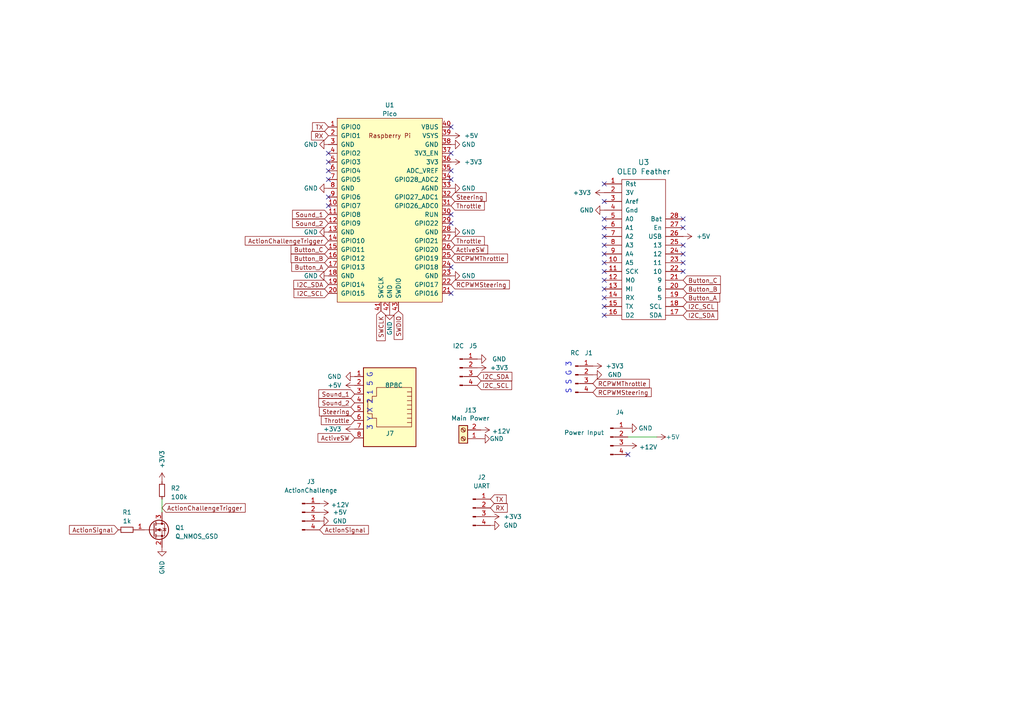
<source format=kicad_sch>
(kicad_sch (version 20230121) (generator eeschema)
  (paper "A4")
  (lib_symbols
    (symbol "Connector:8P8C" (pin_names (offset 1.016))
      (property "Reference" "J" (at -5.08 13.97 0))
      (property "Value" "8P8C" (at 2.54 13.97 0))
      (symbol "8P8C_0_1"
        (polyline (pts (xy -5.08 4.445) (xy -6.35 4.445)))
        (polyline (pts (xy -5.08 5.715) (xy -6.35 5.715)))
        (polyline (pts (xy -6.35 -3.175) (xy -5.08 -3.175) (xy -5.08 -3.175)))
        (polyline (pts (xy -6.35 -1.905) (xy -5.08 -1.905) (xy -5.08 -1.905)))
        (polyline (pts (xy -6.35 -0.635) (xy -5.08 -0.635) (xy -5.08 -0.635)))
        (polyline (pts (xy -6.35 0.635) (xy -5.08 0.635) (xy -5.08 0.635)))
        (polyline (pts (xy -6.35 1.905) (xy -5.08 1.905) (xy -5.08 1.905)))
        (polyline (pts (xy -5.08 3.175) (xy -6.35 3.175) (xy -6.35 3.175)))
        (polyline (pts (xy -6.35 -4.445) (xy -6.35 6.985) (xy 3.81 6.985) (xy 3.81 4.445) (xy 5.08 4.445) (xy 5.08 3.175) (xy 6.35 3.175) (xy 6.35 -0.635) (xy 5.08 -0.635) (xy 5.08 -1.905) (xy 3.81 -1.905) (xy 3.81 -4.445) (xy -6.35 -4.445) (xy -6.35 -4.445)))
        (rectangle (start 7.62 12.7) (end -7.62 -10.16) (stroke (width 0.254)) (fill (type background)))
      )
      (symbol "8P8C_1_1"
        (pin passive line (at 10.16 -7.62 180) (length 2.54) (name "~") (number "1"))
        (pin passive line (at 10.16 -5.08 180) (length 2.54) (name "~") (number "2"))
        (pin passive line (at 10.16 -2.54 180) (length 2.54) (name "~") (number "3"))
        (pin passive line (at 10.16 0 180) (length 2.54) (name "~") (number "4"))
        (pin passive line (at 10.16 2.54 180) (length 2.54) (name "~") (number "5"))
        (pin passive line (at 10.16 5.08 180) (length 2.54) (name "~") (number "6"))
        (pin passive line (at 10.16 7.62 180) (length 2.54) (name "~") (number "7"))
        (pin passive line (at 10.16 10.16 180) (length 2.54) (name "~") (number "8"))
      )
    )
    (symbol "Connector:Conn_01x04_Pin" (pin_names (offset 1.016) hide)
      (property "Reference" "J" (at 0 5.08 0))
      (property "Value" "Conn_01x04_Pin" (at 0 -7.62 0))
      (symbol "Conn_01x04_Pin_1_1"
        (polyline (pts (xy 1.27 -5.08) (xy 0.8636 -5.08)) (stroke (width 0.1524)))
        (polyline (pts (xy 1.27 -2.54) (xy 0.8636 -2.54)) (stroke (width 0.1524)))
        (polyline (pts (xy 1.27 0) (xy 0.8636 0)) (stroke (width 0.1524)))
        (polyline (pts (xy 1.27 2.54) (xy 0.8636 2.54)) (stroke (width 0.1524)))
        (rectangle (start 0.8636 -4.953) (end 0 -5.207) (stroke (width 0.1524)) (fill (type outline)))
        (rectangle (start 0.8636 -2.413) (end 0 -2.667) (stroke (width 0.1524)) (fill (type outline)))
        (rectangle (start 0.8636 0.127) (end 0 -0.127) (stroke (width 0.1524)) (fill (type outline)))
        (rectangle (start 0.8636 2.667) (end 0 2.413) (stroke (width 0.1524)) (fill (type outline)))
        (pin passive line (at 5.08 2.54 180) (length 3.81) (name "Pin_1") (number "1"))
        (pin passive line (at 5.08 0 180) (length 3.81) (name "Pin_2") (number "2"))
        (pin passive line (at 5.08 -2.54 180) (length 3.81) (name "Pin_3") (number "3"))
        (pin passive line (at 5.08 -5.08 180) (length 3.81) (name "Pin_4") (number "4"))
      )
    )
    (symbol "Connector:Screw_Terminal_01x02" (pin_names (offset 1.016) hide)
      (property "Reference" "J" (at 0 2.54 0))
      (property "Value" "Screw_Terminal_01x02" (at 0 -5.08 0))
      (symbol "Screw_Terminal_01x02_1_1"
        (rectangle (start -1.27 1.27) (end 1.27 -3.81) (stroke (width 0.254)) (fill (type background)))
        (circle (center 0 -2.54) (radius 0.635) (stroke (width 0.1524)))
        (polyline (pts (xy -0.5334 -2.2098) (xy 0.3302 -3.048)) (stroke (width 0.1524)))
        (polyline (pts (xy -0.5334 0.3302) (xy 0.3302 -0.508)) (stroke (width 0.1524)))
        (polyline (pts (xy -0.3556 -2.032) (xy 0.508 -2.8702)) (stroke (width 0.1524)))
        (polyline (pts (xy -0.3556 0.508) (xy 0.508 -0.3302)) (stroke (width 0.1524)))
        (circle (center 0 0) (radius 0.635) (stroke (width 0.1524)))
        (pin passive line (at -5.08 0 0) (length 3.81) (name "Pin_1") (number "1"))
        (pin passive line (at -5.08 -2.54 0) (length 3.81) (name "Pin_2") (number "2"))
      )
    )
    (symbol "ControlInputTestRP2040Pico-rescue:+3.3V-power" (power) (pin_names (offset 0))
      (property "Value" "+3.3V-power" (at 0 3.556 0))
      (symbol "+3.3V-power_0_1"
        (polyline (pts (xy -0.762 1.27) (xy 0 2.54)))
        (polyline (pts (xy 0 0) (xy 0 2.54)))
        (polyline (pts (xy 0 2.54) (xy 0.762 1.27)))
      )
      (symbol "+3.3V-power_1_1"
        (pin power_in line (at 0 0 90) (length 0) hide (name "+3V3") (number "1"))
      )
    )
    (symbol "ControlInputTestRP2040Pico-rescue:Conn_01x04_Male-Connector" (pin_names (offset 1.016) hide)
      (property "Reference" "J" (at 0 5.08 0))
      (property "Value" "Connector_Conn_01x04_Male" (at 0 -7.62 0))
      (symbol "Conn_01x04_Male-Connector_1_1"
        (polyline (pts (xy 1.27 -5.08) (xy 0.8636 -5.08)) (stroke (width 0.1524)))
        (polyline (pts (xy 1.27 -2.54) (xy 0.8636 -2.54)) (stroke (width 0.1524)))
        (polyline (pts (xy 1.27 0) (xy 0.8636 0)) (stroke (width 0.1524)))
        (polyline (pts (xy 1.27 2.54) (xy 0.8636 2.54)) (stroke (width 0.1524)))
        (rectangle (start 0.8636 -4.953) (end 0 -5.207) (stroke (width 0.1524)) (fill (type outline)))
        (rectangle (start 0.8636 -2.413) (end 0 -2.667) (stroke (width 0.1524)) (fill (type outline)))
        (rectangle (start 0.8636 0.127) (end 0 -0.127) (stroke (width 0.1524)) (fill (type outline)))
        (rectangle (start 0.8636 2.667) (end 0 2.413) (stroke (width 0.1524)) (fill (type outline)))
        (pin passive line (at 5.08 2.54 180) (length 3.81) (name "Pin_1") (number "1"))
        (pin passive line (at 5.08 0 180) (length 3.81) (name "Pin_2") (number "2"))
        (pin passive line (at 5.08 -2.54 180) (length 3.81) (name "Pin_3") (number "3"))
        (pin passive line (at 5.08 -5.08 180) (length 3.81) (name "Pin_4") (number "4"))
      )
    )
    (symbol "Device:Q_NMOS_GSD" (pin_names (offset 0) hide)
      (property "Reference" "Q" (at 5.08 1.27 0))
      (property "Value" "Q_NMOS_GSD" (at 5.08 -1.27 0))
      (symbol "Q_NMOS_GSD_0_1"
        (polyline (pts (xy 0.254 0) (xy -2.54 0)))
        (polyline (pts (xy 0.254 1.905) (xy 0.254 -1.905)) (stroke (width 0.254)))
        (polyline (pts (xy 0.762 -1.27) (xy 0.762 -2.286)) (stroke (width 0.254)))
        (polyline (pts (xy 0.762 0.508) (xy 0.762 -0.508)) (stroke (width 0.254)))
        (polyline (pts (xy 0.762 2.286) (xy 0.762 1.27)) (stroke (width 0.254)))
        (polyline (pts (xy 2.54 2.54) (xy 2.54 1.778)))
        (polyline (pts (xy 2.54 -2.54) (xy 2.54 0) (xy 0.762 0)))
        (polyline (pts (xy 0.762 -1.778) (xy 3.302 -1.778) (xy 3.302 1.778) (xy 0.762 1.778)))
        (polyline (pts (xy 1.016 0) (xy 2.032 0.381) (xy 2.032 -0.381) (xy 1.016 0)) (fill (type outline)))
        (polyline (pts (xy 2.794 0.508) (xy 2.921 0.381) (xy 3.683 0.381) (xy 3.81 0.254)))
        (polyline (pts (xy 3.302 0.381) (xy 2.921 -0.254) (xy 3.683 -0.254) (xy 3.302 0.381)))
        (circle (center 1.651 0) (radius 2.794) (stroke (width 0.254)))
        (circle (center 2.54 -1.778) (radius 0.254) (fill (type outline)))
        (circle (center 2.54 1.778) (radius 0.254) (fill (type outline)))
      )
      (symbol "Q_NMOS_GSD_1_1"
        (pin input line (at -5.08 0 0) (length 2.54) (name "G") (number "1"))
        (pin passive line (at 2.54 -5.08 90) (length 2.54) (name "S") (number "2"))
        (pin passive line (at 2.54 5.08 270) (length 2.54) (name "D") (number "3"))
      )
    )
    (symbol "Device:R_Small" (pin_numbers hide) (pin_names (offset 0.254) hide)
      (property "Reference" "R" (at 0.762 0.508 0))
      (property "Value" "R_Small" (at 0.762 -1.016 0))
      (symbol "R_Small_0_1"
        (rectangle (start -0.762 1.778) (end 0.762 -1.778) (stroke (width 0.2032)))
      )
      (symbol "R_Small_1_1"
        (pin passive line (at 0 2.54 270) (length 0.762) (name "~") (number "1"))
        (pin passive line (at 0 -2.54 90) (length 0.762) (name "~") (number "2"))
      )
    )
    (symbol "RP2040:Pico" (pin_names (offset 1.016))
      (property "Reference" "U" (at -13.97 27.94 0))
      (property "Value" "Pico" (at 0 19.05 0))
      (symbol "Pico_0_0"
        (text "Raspberry Pi" (at 0 21.59 0) (effects (font (size 1.27 1.27))))
      )
      (symbol "Pico_0_1"
        (rectangle (start -15.24 26.67) (end 15.24 -26.67) (fill (type background)))
      )
      (symbol "Pico_1_1"
        (pin bidirectional line (at -17.78 24.13 0) (length 2.54) (name "GPIO0") (number "1"))
        (pin bidirectional line (at -17.78 1.27 0) (length 2.54) (name "GPIO7") (number "10"))
        (pin bidirectional line (at -17.78 -1.27 0) (length 2.54) (name "GPIO8") (number "11"))
        (pin bidirectional line (at -17.78 -3.81 0) (length 2.54) (name "GPIO9") (number "12"))
        (pin power_in line (at -17.78 -6.35 0) (length 2.54) (name "GND") (number "13"))
        (pin bidirectional line (at -17.78 -8.89 0) (length 2.54) (name "GPIO10") (number "14"))
        (pin bidirectional line (at -17.78 -11.43 0) (length 2.54) (name "GPIO11") (number "15"))
        (pin bidirectional line (at -17.78 -13.97 0) (length 2.54) (name "GPIO12") (number "16"))
        (pin bidirectional line (at -17.78 -16.51 0) (length 2.54) (name "GPIO13") (number "17"))
        (pin power_in line (at -17.78 -19.05 0) (length 2.54) (name "GND") (number "18"))
        (pin bidirectional line (at -17.78 -21.59 0) (length 2.54) (name "GPIO14") (number "19"))
        (pin bidirectional line (at -17.78 21.59 0) (length 2.54) (name "GPIO1") (number "2"))
        (pin bidirectional line (at -17.78 -24.13 0) (length 2.54) (name "GPIO15") (number "20"))
        (pin bidirectional line (at 17.78 -24.13 180) (length 2.54) (name "GPIO16") (number "21"))
        (pin bidirectional line (at 17.78 -21.59 180) (length 2.54) (name "GPIO17") (number "22"))
        (pin power_in line (at 17.78 -19.05 180) (length 2.54) (name "GND") (number "23"))
        (pin bidirectional line (at 17.78 -16.51 180) (length 2.54) (name "GPIO18") (number "24"))
        (pin bidirectional line (at 17.78 -13.97 180) (length 2.54) (name "GPIO19") (number "25"))
        (pin bidirectional line (at 17.78 -11.43 180) (length 2.54) (name "GPIO20") (number "26"))
        (pin bidirectional line (at 17.78 -8.89 180) (length 2.54) (name "GPIO21") (number "27"))
        (pin power_in line (at 17.78 -6.35 180) (length 2.54) (name "GND") (number "28"))
        (pin bidirectional line (at 17.78 -3.81 180) (length 2.54) (name "GPIO22") (number "29"))
        (pin power_in line (at -17.78 19.05 0) (length 2.54) (name "GND") (number "3"))
        (pin input line (at 17.78 -1.27 180) (length 2.54) (name "RUN") (number "30"))
        (pin bidirectional line (at 17.78 1.27 180) (length 2.54) (name "GPIO26_ADC0") (number "31"))
        (pin bidirectional line (at 17.78 3.81 180) (length 2.54) (name "GPIO27_ADC1") (number "32"))
        (pin power_in line (at 17.78 6.35 180) (length 2.54) (name "AGND") (number "33"))
        (pin bidirectional line (at 17.78 8.89 180) (length 2.54) (name "GPIO28_ADC2") (number "34"))
        (pin unspecified line (at 17.78 11.43 180) (length 2.54) (name "ADC_VREF") (number "35"))
        (pin unspecified line (at 17.78 13.97 180) (length 2.54) (name "3V3") (number "36"))
        (pin input line (at 17.78 16.51 180) (length 2.54) (name "3V3_EN") (number "37"))
        (pin bidirectional line (at 17.78 19.05 180) (length 2.54) (name "GND") (number "38"))
        (pin unspecified line (at 17.78 21.59 180) (length 2.54) (name "VSYS") (number "39"))
        (pin bidirectional line (at -17.78 16.51 0) (length 2.54) (name "GPIO2") (number "4"))
        (pin unspecified line (at 17.78 24.13 180) (length 2.54) (name "VBUS") (number "40"))
        (pin input line (at -2.54 -29.21 90) (length 2.54) (name "SWCLK") (number "41"))
        (pin power_in line (at 0 -29.21 90) (length 2.54) (name "GND") (number "42"))
        (pin bidirectional line (at 2.54 -29.21 90) (length 2.54) (name "SWDIO") (number "43"))
        (pin bidirectional line (at -17.78 13.97 0) (length 2.54) (name "GPIO3") (number "5"))
        (pin bidirectional line (at -17.78 11.43 0) (length 2.54) (name "GPIO4") (number "6"))
        (pin bidirectional line (at -17.78 8.89 0) (length 2.54) (name "GPIO5") (number "7"))
        (pin power_in line (at -17.78 6.35 0) (length 2.54) (name "GND") (number "8"))
        (pin bidirectional line (at -17.78 3.81 0) (length 2.54) (name "GPIO6") (number "9"))
      )
    )
    (symbol "UsefulModifications:Feather_nRF52840" (pin_names (offset 1.016))
      (property "Reference" "U" (at -1.27 20.32 0))
      (property "Value" "Feather_nRF52840" (at 1.27 -26.67 0))
      (symbol "Feather_nRF52840_0_1"
        (rectangle (start -6.35 17.78) (end 6.35 -22.86))
      )
      (symbol "Feather_nRF52840_1_1"
        (pin bidirectional line (at -11.43 16.51 0) (length 5.08) (name "Rst") (number "1"))
        (pin bidirectional line (at -11.43 -6.35 0) (length 5.08) (name "A5") (number "10"))
        (pin bidirectional line (at -11.43 -8.89 0) (length 5.08) (name "SCK") (number "11"))
        (pin bidirectional line (at -11.43 -11.43 0) (length 5.08) (name "M0") (number "12"))
        (pin bidirectional line (at -11.43 -13.97 0) (length 5.08) (name "MI") (number "13"))
        (pin bidirectional line (at -11.43 -16.51 0) (length 5.08) (name "RX") (number "14"))
        (pin bidirectional line (at -11.43 -19.05 0) (length 5.08) (name "TX") (number "15"))
        (pin bidirectional line (at -11.43 -21.59 0) (length 5.08) (name "D2") (number "16"))
        (pin bidirectional line (at 11.43 -21.59 180) (length 5.08) (name "SDA") (number "17"))
        (pin bidirectional line (at 11.43 -19.05 180) (length 5.08) (name "SCL") (number "18"))
        (pin bidirectional line (at 11.43 -16.51 180) (length 5.08) (name "5") (number "19"))
        (pin power_out line (at -11.43 13.97 0) (length 5.08) (name "3V") (number "2"))
        (pin bidirectional line (at 11.43 -13.97 180) (length 5.08) (name "6") (number "20"))
        (pin bidirectional line (at 11.43 -11.43 180) (length 5.08) (name "9") (number "21"))
        (pin bidirectional line (at 11.43 -8.89 180) (length 5.08) (name "10") (number "22"))
        (pin bidirectional line (at 11.43 -6.35 180) (length 5.08) (name "11") (number "23"))
        (pin bidirectional line (at 11.43 -3.81 180) (length 5.08) (name "12") (number "24"))
        (pin bidirectional line (at 11.43 -1.27 180) (length 5.08) (name "13") (number "25"))
        (pin bidirectional line (at 11.43 1.27 180) (length 5.08) (name "USB") (number "26"))
        (pin passive line (at 11.43 3.81 180) (length 5.08) (name "En") (number "27"))
        (pin power_in line (at 11.43 6.35 180) (length 5.08) (name "Bat") (number "28"))
        (pin bidirectional line (at -11.43 11.43 0) (length 5.08) (name "Aref") (number "3"))
        (pin passive line (at -11.43 8.89 0) (length 5.08) (name "Gnd") (number "4"))
        (pin bidirectional line (at -11.43 6.35 0) (length 5.08) (name "A0") (number "5"))
        (pin bidirectional line (at -11.43 3.81 0) (length 5.08) (name "A1") (number "6"))
        (pin bidirectional line (at -11.43 1.27 0) (length 5.08) (name "A2") (number "7"))
        (pin bidirectional line (at -11.43 -1.27 0) (length 5.08) (name "A3") (number "8"))
        (pin bidirectional line (at -11.43 -3.81 0) (length 5.08) (name "A4") (number "9"))
      )
    )
    (symbol "power:+12V" (power) (pin_names (offset 0))
      (property "Value" "+12V" (at 0 3.556 0))
      (symbol "+12V_0_1"
        (polyline (pts (xy -0.762 1.27) (xy 0 2.54)))
        (polyline (pts (xy 0 0) (xy 0 2.54)))
        (polyline (pts (xy 0 2.54) (xy 0.762 1.27)))
      )
      (symbol "+12V_1_1"
        (pin power_in line (at 0 0 90) (length 0) hide (name "+12V") (number "1"))
      )
    )
    (symbol "power:+5V" (power) (pin_names (offset 0))
      (property "Value" "+5V" (at 0 3.556 0))
      (symbol "+5V_0_1"
        (polyline (pts (xy -0.762 1.27) (xy 0 2.54)))
        (polyline (pts (xy 0 0) (xy 0 2.54)))
        (polyline (pts (xy 0 2.54) (xy 0.762 1.27)))
      )
      (symbol "+5V_1_1"
        (pin power_in line (at 0 0 90) (length 0) hide (name "+5V") (number "1"))
      )
    )
    (symbol "power:GND" (power) (pin_names (offset 0))
      (property "Value" "GND" (at 0 -3.81 0))
      (symbol "GND_0_1"
        (polyline (pts (xy 0 0) (xy 0 -1.27) (xy 1.27 -1.27) (xy 0 -2.54) (xy -1.27 -1.27) (xy 0 -1.27)))
      )
      (symbol "GND_1_1"
        (pin power_in line (at 0 0 270) (length 0) hide (name "GND") (number "1"))
      )
    )
  )
  (no_connect (at 95.25 46.99))
  (no_connect (at 95.25 59.69))
  (no_connect (at 198.12 63.5))
  (no_connect (at 175.26 58.42))
  (no_connect (at 130.81 52.07))
  (no_connect (at 175.26 73.66))
  (no_connect (at 175.26 86.36))
  (no_connect (at 95.25 52.07))
  (no_connect (at 130.81 44.45))
  (no_connect (at 198.12 73.66))
  (no_connect (at 95.25 44.45))
  (no_connect (at 175.26 68.58))
  (no_connect (at 198.12 78.74))
  (no_connect (at 130.81 64.77))
  (no_connect (at 95.25 49.53))
  (no_connect (at 175.26 81.28))
  (no_connect (at 175.26 63.5))
  (no_connect (at 175.26 66.04))
  (no_connect (at 175.26 91.44))
  (no_connect (at 175.26 76.2))
  (no_connect (at 130.81 49.53))
  (no_connect (at 175.26 71.12))
  (no_connect (at 130.81 62.23))
  (no_connect (at 95.25 57.15))
  (no_connect (at 175.26 53.34))
  (no_connect (at 130.81 77.47))
  (no_connect (at 175.26 78.74))
  (no_connect (at 130.81 85.09))
  (no_connect (at 198.12 76.2))
  (no_connect (at 175.26 88.9))
  (no_connect (at 198.12 66.04))
  (no_connect (at 130.81 36.83))
  (no_connect (at 175.26 83.82))
  (no_connect (at 182.118 131.826))
  (no_connect (at 198.12 71.12))
  (wire (pts (xy 46.99 144.78) (xy 46.99 148.59)))
  (wire (pts (xy 182.118 126.746) (xy 190.5 126.746)))
  (text "S S G 3\n" (at 165.8366 104.902 90) (effects (font (size 1.4986 1.4986)) (justify right bottom)))
  (text "3 Y X 2 1 5 G" (at 108.1786 107.95 90) (effects (font (size 1.4986 1.4986)) (justify right bottom)))
  (global_label "SWCLK" (shape input) (at 110.49 90.17 270) (property "Intersheetrefs" "${INTERSHEET_REFS}" (effects hide)))
  (global_label "Button_A" (shape input) (at 198.12 86.36 0) (property "Intersheetrefs" "${INTERSHEET_REFS}" (effects hide)))
  (global_label "TX" (shape input) (at 142.24 144.78 0) (property "Intersheetrefs" "${INTERSHEET_REFS}" (effects hide)))
  (global_label "I2C_SDA" (shape input) (at 198.12 91.44 0) (property "Intersheetrefs" "${INTERSHEET_REFS}" (effects hide)))
  (global_label "Button_C" (shape input) (at 198.12 81.28 0) (property "Intersheetrefs" "${INTERSHEET_REFS}" (effects hide)))
  (global_label "Button_B" (shape input) (at 198.12 83.82 0) (property "Intersheetrefs" "${INTERSHEET_REFS}" (effects hide)))
  (global_label "ActionSignal" (shape input) (at 92.71 153.67 0) (property "Intersheetrefs" "${INTERSHEET_REFS}" (effects hide)))
  (global_label "I2C_SDA" (shape input) (at 138.43 109.22 0) (property "Intersheetrefs" "${INTERSHEET_REFS}" (effects hide)))
  (global_label "RCPWMSteering" (shape input) (at 171.958 113.792 0) (property "Intersheetrefs" "${INTERSHEET_REFS}" (effects hide)))
  (global_label "I2C_SDA" (shape input) (at 95.25 82.55 180) (property "Intersheetrefs" "${INTERSHEET_REFS}" (effects hide)))
  (global_label "Steering" (shape input) (at 102.87 119.38 180) (property "Intersheetrefs" "${INTERSHEET_REFS}" (effects hide)))
  (global_label "Sound_2" (shape input) (at 95.25 64.77 180) (property "Intersheetrefs" "${INTERSHEET_REFS}" (effects hide)))
  (global_label "ActionSignal" (shape input) (at 34.29 153.67 180) (property "Intersheetrefs" "${INTERSHEET_REFS}" (effects hide)))
  (global_label "I2C_SCL" (shape input) (at 198.12 88.9 0) (property "Intersheetrefs" "${INTERSHEET_REFS}" (effects hide)))
  (global_label "ActiveSW" (shape input) (at 130.81 72.39 0) (property "Intersheetrefs" "${INTERSHEET_REFS}" (effects hide)))
  (global_label "Throttle" (shape input) (at 130.81 59.69 0) (property "Intersheetrefs" "${INTERSHEET_REFS}" (effects hide)))
  (global_label "Throttle" (shape input) (at 130.81 69.85 0) (property "Intersheetrefs" "${INTERSHEET_REFS}" (effects hide)))
  (global_label "RCPWMThrottle" (shape input) (at 130.81 74.93 0) (property "Intersheetrefs" "${INTERSHEET_REFS}" (effects hide)))
  (global_label "TX" (shape input) (at 95.25 36.83 180) (property "Intersheetrefs" "${INTERSHEET_REFS}" (effects hide)))
  (global_label "Button_C" (shape input) (at 95.25 72.39 180) (property "Intersheetrefs" "${INTERSHEET_REFS}" (effects hide)))
  (global_label "Button_A" (shape input) (at 95.25 77.47 180) (property "Intersheetrefs" "${INTERSHEET_REFS}" (effects hide)))
  (global_label "RX" (shape input) (at 142.24 147.32 0) (property "Intersheetrefs" "${INTERSHEET_REFS}" (effects hide)))
  (global_label "ActionChallengeTrigger" (shape input) (at 95.25 69.85 180) (property "Intersheetrefs" "${INTERSHEET_REFS}" (effects hide)))
  (global_label "SWDIO" (shape input) (at 115.57 90.17 270) (property "Intersheetrefs" "${INTERSHEET_REFS}" (effects hide)))
  (global_label "Throttle" (shape input) (at 102.87 121.92 180) (property "Intersheetrefs" "${INTERSHEET_REFS}" (effects hide)))
  (global_label "Button_B" (shape input) (at 95.25 74.93 180) (property "Intersheetrefs" "${INTERSHEET_REFS}" (effects hide)))
  (global_label "Sound_2" (shape input) (at 102.87 116.84 180) (property "Intersheetrefs" "${INTERSHEET_REFS}" (effects hide)))
  (global_label "RX" (shape input) (at 95.25 39.37 180) (property "Intersheetrefs" "${INTERSHEET_REFS}" (effects hide)))
  (global_label "Steering" (shape input) (at 130.81 57.15 0) (property "Intersheetrefs" "${INTERSHEET_REFS}" (effects hide)))
  (global_label "ActiveSW" (shape input) (at 102.87 127 180) (property "Intersheetrefs" "${INTERSHEET_REFS}" (effects hide)))
  (global_label "RCPWMThrottle" (shape input) (at 171.958 111.252 0) (property "Intersheetrefs" "${INTERSHEET_REFS}" (effects hide)))
  (global_label "Sound_1" (shape input) (at 95.25 62.23 180) (property "Intersheetrefs" "${INTERSHEET_REFS}" (effects hide)))
  (global_label "Sound_1" (shape input) (at 102.87 114.3 180) (property "Intersheetrefs" "${INTERSHEET_REFS}" (effects hide)))
  (global_label "I2C_SCL" (shape input) (at 95.25 85.09 180) (property "Intersheetrefs" "${INTERSHEET_REFS}" (effects hide)))
  (global_label "ActionChallengeTrigger" (shape input) (at 46.99 147.32 0) (property "Intersheetrefs" "${INTERSHEET_REFS}" (effects hide)))
  (global_label "RCPWMSteering" (shape input) (at 130.81 82.55 0) (property "Intersheetrefs" "${INTERSHEET_REFS}" (effects hide)))
  (global_label "I2C_SCL" (shape input) (at 138.43 111.76 0) (property "Intersheetrefs" "${INTERSHEET_REFS}" (effects hide)))
  (symbol (lib_id "ControlInputTestRP2040Pico-rescue:Conn_01x04_Male-Connector") (at 166.878 108.712 0) (unit 1)
    (property "Reference" "J1" (at 171.958 102.362 0) (effects (justify right)))
    (property "Value" "RC" (at 168.148 102.362 0) (effects (justify right)))
    (property "Footprint" "Connector_JST:JST_XH_B4B-XH-A_1x04_P2.50mm_Vertical" (effects hide))
  )
  (symbol (lib_id "Connector:8P8C") (at 113.03 116.84 180) (unit 1)
    (property "Reference" "J7" (at 114.3 125.73 0) (effects (justify left)))
    (property "Value" "8P8C" (at 116.84 111.76 0) (effects (justify left)))
    (property "Footprint" "Useful Modifications:RJ45_x08_Tab_Up" (effects hide))
  )
  (symbol (lib_id "power:+5V") (at 130.81 39.37 270) (unit 1)
    (property "Reference" "#PWR026" (effects hide))
    (property "Value" "+5V" (at 134.62 39.37 90) (effects (justify left)))
  )
  (symbol (lib_id "power:+5V") (at 102.87 111.76 90) (unit 1)
    (property "Reference" "#PWR029" (effects hide))
    (property "Value" "+5V" (at 99.06 111.76 90) (effects (justify left)))
  )
  (symbol (lib_id "ControlInputTestRP2040Pico-rescue:+3.3V-power") (at 130.81 46.99 270) (unit 1)
    (property "Reference" "#PWR027" (effects hide))
    (property "Value" "+3.3V" (at 134.62 46.99 90) (effects (justify left)))
  )
  (symbol (lib_id "power:GND") (at 171.958 108.712 90) (unit 1)
    (property "Reference" "#PWR014" (effects hide))
    (property "Value" "GND" (at 178.308 108.712 90))
  )
  (symbol (lib_id "ControlInputTestRP2040Pico-rescue:+3.3V-power") (at 171.958 106.172 270) (unit 1)
    (property "Reference" "#PWR03" (effects hide))
    (property "Value" "+3.3V" (at 178.308 106.172 90))
  )
  (symbol (lib_id "ControlInputTestRP2040Pico-rescue:+3.3V-power") (at 102.87 124.46 90) (unit 1)
    (property "Reference" "#PWR030" (effects hide))
    (property "Value" "+3.3V" (at 99.06 124.46 90) (effects (justify left)))
  )
  (symbol (lib_id "power:GND") (at 102.87 109.22 270) (unit 1)
    (property "Reference" "#PWR028" (effects hide))
    (property "Value" "GND" (at 99.06 109.22 90) (effects (justify right)))
  )
  (symbol (lib_id "power:+12V") (at 182.118 129.286 270) (unit 1)
    (property "Reference" "#PWR0101" (effects hide))
    (property "Value" "+12V" (at 185.3692 129.667 90) (effects (justify left)))
  )
  (symbol (lib_id "power:GND") (at 182.118 124.206 90) (unit 1)
    (property "Reference" "#PWR0103" (effects hide))
    (property "Value" "GND" (at 185.166 124.206 90) (effects (justify right)))
  )
  (symbol (lib_id "power:+5V") (at 190.5 126.746 270) (unit 1)
    (property "Reference" "#PWR0104" (effects hide))
    (property "Value" "+5V" (at 193.04 126.746 90) (effects (justify left)))
  )
  (symbol (lib_id "Connector:Screw_Terminal_01x02") (at 134.366 127.254 180) (unit 1)
    (property "Reference" "J13" (at 136.4488 118.999 0))
    (property "Value" "Main Power" (at 136.4488 121.3104 0))
    (property "Footprint" "Useful Modifications:TerminalBlock_bornier-2_P5.08mm" (effects hide))
  )
  (symbol (lib_id "power:+12V") (at 139.446 124.714 270) (unit 1)
    (property "Reference" "#PWR024" (effects hide))
    (property "Value" "+12V" (at 142.6972 125.095 90) (effects (justify left)))
  )
  (symbol (lib_id "power:GND") (at 139.446 127.254 90) (unit 1)
    (property "Reference" "#PWR0107" (effects hide))
    (property "Value" "GND" (at 141.986 127.254 90) (effects (justify right)))
  )
  (symbol (lib_id "ControlInputTestRP2040Pico-rescue:Conn_01x04_Male-Connector") (at 133.35 106.68 0) (unit 1)
    (property "Reference" "J5" (at 138.43 100.33 0) (effects (justify right)))
    (property "Value" "I2C" (at 134.62 100.33 0) (effects (justify right)))
    (property "Footprint" "Connector_JST:JST_SH_BM04B-SRSS-TB_1x04-1MP_P1.00mm_Vertical" (effects hide))
  )
  (symbol (lib_id "power:GND") (at 138.43 104.14 90) (unit 1)
    (property "Reference" "#PWR08" (effects hide))
    (property "Value" "GND" (at 144.78 104.14 90))
  )
  (symbol (lib_id "ControlInputTestRP2040Pico-rescue:+3.3V-power") (at 138.43 106.68 270) (unit 1)
    (property "Reference" "#PWR09" (effects hide))
    (property "Value" "+3.3V" (at 144.78 106.68 90))
  )
  (symbol (lib_id "ControlInputTestRP2040Pico-rescue:Conn_01x04_Male-Connector") (at 177.038 126.746 0) (unit 1)
    (property "Reference" "J4" (at 179.7812 119.6086 0))
    (property "Value" "Power Input" (at 169.418 125.476 0))
    (property "Footprint" "Connector_PinHeader_2.54mm:PinHeader_1x04_P2.54mm_Horizontal" (effects hide))
  )
  (symbol (lib_id "UsefulModifications:Feather_nRF52840") (at 186.69 69.85 0) (unit 1)
    (property "Reference" "U3" (at 186.69 47.0662 0) (effects (font (size 1.524 1.524))))
    (property "Value" "OLED Feather" (at 186.69 49.7586 0) (effects (font (size 1.524 1.524))))
    (property "Footprint" "Useful Modifications:Feather_nRF52840" (effects hide))
  )
  (symbol (lib_id "power:+5V") (at 198.12 68.58 270) (unit 1)
    (property "Reference" "#PWR0102" (effects hide))
    (property "Value" "+5V" (at 201.93 68.58 90) (effects (justify left)))
  )
  (symbol (lib_id "ControlInputTestRP2040Pico-rescue:+3.3V-power") (at 175.26 55.88 90) (unit 1)
    (property "Reference" "#PWR0105" (effects hide))
    (property "Value" "+3.3V" (at 171.45 55.88 90) (effects (justify left)))
  )
  (symbol (lib_id "power:GND") (at 175.26 60.96 270) (unit 1)
    (property "Reference" "#PWR0106" (effects hide))
    (property "Value" "GND" (at 170.18 60.96 90))
  )
  (symbol (lib_id "power:GND") (at 95.25 80.01 270) (unit 1)
    (property "Reference" "#PWR0108" (effects hide))
    (property "Value" "GND" (at 90.17 80.01 90))
  )
  (symbol (lib_id "power:GND") (at 113.03 90.17 0) (unit 1)
    (property "Reference" "#PWR012" (effects hide))
    (property "Value" "GND" (at 113.03 95.25 90))
  )
  (symbol (lib_id "Device:R_Small") (at 46.99 142.24 0) (unit 1)
    (property "Reference" "R2" (at 49.53 141.605 0) (effects (justify left)))
    (property "Value" "100k" (at 49.53 144.145 0) (effects (justify left)))
    (property "Footprint" "Resistor_SMD:R_0805_2012Metric" (effects hide))
  )
  (symbol (lib_id "Connector:Conn_01x04_Pin") (at 137.16 147.32 0) (unit 1)
    (property "Reference" "J2" (at 139.7 138.43 0))
    (property "Value" "UART" (at 139.7 140.97 0))
    (property "Footprint" "Connector_PinHeader_2.54mm:PinHeader_1x04_P2.54mm_Vertical" (effects hide))
  )
  (symbol (lib_id "power:GND") (at 130.81 41.91 90) (unit 1)
    (property "Reference" "#PWR011" (effects hide))
    (property "Value" "GND" (at 135.89 41.91 90))
  )
  (symbol (lib_id "Connector:Conn_01x04_Pin") (at 87.63 148.59 0) (unit 1)
    (property "Reference" "J3" (at 90.17 139.7 0))
    (property "Value" "ActionChallenge" (at 90.17 142.24 0))
    (property "Footprint" "Connector_JST:JST_PH_B4B-PH-K_1x04_P2.00mm_Vertical" (effects hide))
  )
  (symbol (lib_id "Device:Q_NMOS_GSD") (at 44.45 153.67 0) (unit 1)
    (property "Reference" "Q1" (at 50.8 153.035 0) (effects (justify left)))
    (property "Value" "Q_NMOS_GSD" (at 50.8 155.575 0) (effects (justify left)))
    (property "Footprint" "Package_TO_SOT_SMD:SOT-23" (effects hide))
  )
  (symbol (lib_id "power:GND") (at 142.24 152.4 90) (unit 1)
    (property "Reference" "#PWR013" (effects hide))
    (property "Value" "GND" (at 146.05 152.4 90) (effects (justify right)))
  )
  (symbol (lib_id "Device:R_Small") (at 36.83 153.67 90) (unit 1)
    (property "Reference" "R1" (at 36.83 148.59 90))
    (property "Value" "1k" (at 36.83 151.13 90))
    (property "Footprint" "Resistor_SMD:R_0805_2012Metric" (effects hide))
  )
  (symbol (lib_id "power:GND") (at 130.81 54.61 90) (unit 1)
    (property "Reference" "#PWR010" (effects hide))
    (property "Value" "GND" (at 135.89 54.61 90))
  )
  (symbol (lib_id "ControlInputTestRP2040Pico-rescue:+3.3V-power") (at 142.24 149.86 270) (unit 1)
    (property "Reference" "#PWR015" (effects hide))
    (property "Value" "+3.3V" (at 146.05 149.86 90) (effects (justify left)))
  )
  (symbol (lib_id "power:GND") (at 95.25 54.61 270) (unit 1)
    (property "Reference" "#PWR02" (effects hide))
    (property "Value" "GND" (at 90.17 54.61 90))
  )
  (symbol (lib_id "power:GND") (at 95.25 41.91 270) (unit 1)
    (property "Reference" "#PWR04" (effects hide))
    (property "Value" "GND" (at 90.17 41.91 90))
  )
  (symbol (lib_id "power:+5V") (at 92.71 148.59 270) (unit 1)
    (property "Reference" "#PWR017" (effects hide))
    (property "Value" "+5V" (at 96.52 148.59 90) (effects (justify left)))
  )
  (symbol (lib_id "power:GND") (at 92.71 151.13 90) (unit 1)
    (property "Reference" "#PWR016" (effects hide))
    (property "Value" "GND" (at 96.52 151.13 90) (effects (justify right)))
  )
  (symbol (lib_id "ControlInputTestRP2040Pico-rescue:+3.3V-power") (at 46.99 139.7 0) (unit 1)
    (property "Reference" "#PWR020" (effects hide))
    (property "Value" "+3.3V" (at 46.99 135.89 90) (effects (justify left)))
  )
  (symbol (lib_id "power:GND") (at 46.99 158.75 0) (unit 1)
    (property "Reference" "#PWR019" (effects hide))
    (property "Value" "GND" (at 46.99 162.56 90) (effects (justify right)))
  )
  (symbol (lib_id "power:+12V") (at 92.71 146.05 270) (unit 1)
    (property "Reference" "#PWR018" (effects hide))
    (property "Value" "+12V" (at 95.9612 146.431 90) (effects (justify left)))
  )
  (symbol (lib_id "RP2040:Pico") (at 113.03 60.96 0) (unit 1)
    (property "Reference" "U1" (at 113.03 30.48 0))
    (property "Value" "Pico" (at 113.03 33.02 0))
    (property "Footprint" "RP2040:RPi_Pico_SMD_TH" (effects hide))
  )
  (symbol (lib_id "power:GND") (at 130.81 80.01 90) (unit 1)
    (property "Reference" "#PWR05" (effects hide))
    (property "Value" "GND" (at 135.89 80.01 90))
  )
  (symbol (lib_id "power:GND") (at 95.25 67.31 270) (unit 1)
    (property "Reference" "#PWR01" (effects hide))
    (property "Value" "GND" (at 90.17 67.31 90))
  )
  (symbol (lib_id "power:GND") (at 130.81 67.31 90) (unit 1)
    (property "Reference" "#PWR06" (effects hide))
    (property "Value" "GND" (at 135.89 67.31 90))
  )
)
</source>
